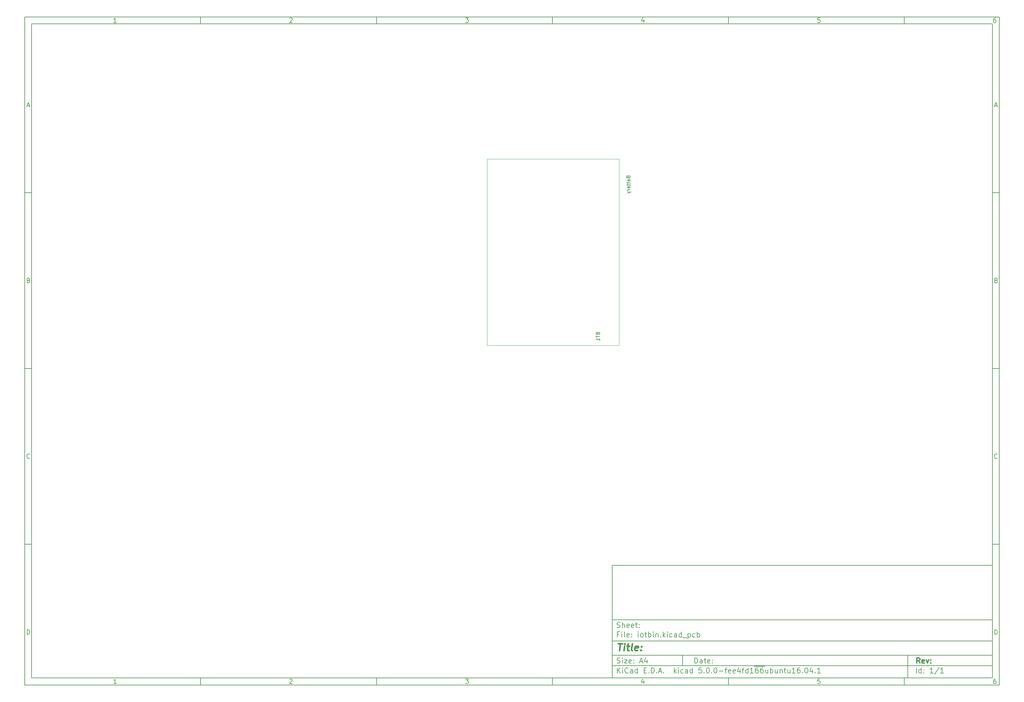
<source format=gbr>
G04 #@! TF.GenerationSoftware,KiCad,Pcbnew,5.0.0-fee4fd1~66~ubuntu16.04.1*
G04 #@! TF.CreationDate,2018-09-18T23:27:24+02:00*
G04 #@! TF.ProjectId,iotbin,696F7462696E2E6B696361645F706362,rev?*
G04 #@! TF.SameCoordinates,Original*
G04 #@! TF.FileFunction,Other,Fab,Bot*
%FSLAX46Y46*%
G04 Gerber Fmt 4.6, Leading zero omitted, Abs format (unit mm)*
G04 Created by KiCad (PCBNEW 5.0.0-fee4fd1~66~ubuntu16.04.1) date Tue Sep 18 23:27:24 2018*
%MOMM*%
%LPD*%
G01*
G04 APERTURE LIST*
%ADD10C,0.100000*%
%ADD11C,0.150000*%
%ADD12C,0.300000*%
%ADD13C,0.400000*%
G04 APERTURE END LIST*
D10*
D11*
X177002200Y-166007200D02*
X177002200Y-198007200D01*
X285002200Y-198007200D01*
X285002200Y-166007200D01*
X177002200Y-166007200D01*
D10*
D11*
X10000000Y-10000000D02*
X10000000Y-200007200D01*
X287002200Y-200007200D01*
X287002200Y-10000000D01*
X10000000Y-10000000D01*
D10*
D11*
X12000000Y-12000000D02*
X12000000Y-198007200D01*
X285002200Y-198007200D01*
X285002200Y-12000000D01*
X12000000Y-12000000D01*
D10*
D11*
X60000000Y-12000000D02*
X60000000Y-10000000D01*
D10*
D11*
X110000000Y-12000000D02*
X110000000Y-10000000D01*
D10*
D11*
X160000000Y-12000000D02*
X160000000Y-10000000D01*
D10*
D11*
X210000000Y-12000000D02*
X210000000Y-10000000D01*
D10*
D11*
X260000000Y-12000000D02*
X260000000Y-10000000D01*
D10*
D11*
X36065476Y-11588095D02*
X35322619Y-11588095D01*
X35694047Y-11588095D02*
X35694047Y-10288095D01*
X35570238Y-10473809D01*
X35446428Y-10597619D01*
X35322619Y-10659523D01*
D10*
D11*
X85322619Y-10411904D02*
X85384523Y-10350000D01*
X85508333Y-10288095D01*
X85817857Y-10288095D01*
X85941666Y-10350000D01*
X86003571Y-10411904D01*
X86065476Y-10535714D01*
X86065476Y-10659523D01*
X86003571Y-10845238D01*
X85260714Y-11588095D01*
X86065476Y-11588095D01*
D10*
D11*
X135260714Y-10288095D02*
X136065476Y-10288095D01*
X135632142Y-10783333D01*
X135817857Y-10783333D01*
X135941666Y-10845238D01*
X136003571Y-10907142D01*
X136065476Y-11030952D01*
X136065476Y-11340476D01*
X136003571Y-11464285D01*
X135941666Y-11526190D01*
X135817857Y-11588095D01*
X135446428Y-11588095D01*
X135322619Y-11526190D01*
X135260714Y-11464285D01*
D10*
D11*
X185941666Y-10721428D02*
X185941666Y-11588095D01*
X185632142Y-10226190D02*
X185322619Y-11154761D01*
X186127380Y-11154761D01*
D10*
D11*
X236003571Y-10288095D02*
X235384523Y-10288095D01*
X235322619Y-10907142D01*
X235384523Y-10845238D01*
X235508333Y-10783333D01*
X235817857Y-10783333D01*
X235941666Y-10845238D01*
X236003571Y-10907142D01*
X236065476Y-11030952D01*
X236065476Y-11340476D01*
X236003571Y-11464285D01*
X235941666Y-11526190D01*
X235817857Y-11588095D01*
X235508333Y-11588095D01*
X235384523Y-11526190D01*
X235322619Y-11464285D01*
D10*
D11*
X285941666Y-10288095D02*
X285694047Y-10288095D01*
X285570238Y-10350000D01*
X285508333Y-10411904D01*
X285384523Y-10597619D01*
X285322619Y-10845238D01*
X285322619Y-11340476D01*
X285384523Y-11464285D01*
X285446428Y-11526190D01*
X285570238Y-11588095D01*
X285817857Y-11588095D01*
X285941666Y-11526190D01*
X286003571Y-11464285D01*
X286065476Y-11340476D01*
X286065476Y-11030952D01*
X286003571Y-10907142D01*
X285941666Y-10845238D01*
X285817857Y-10783333D01*
X285570238Y-10783333D01*
X285446428Y-10845238D01*
X285384523Y-10907142D01*
X285322619Y-11030952D01*
D10*
D11*
X60000000Y-198007200D02*
X60000000Y-200007200D01*
D10*
D11*
X110000000Y-198007200D02*
X110000000Y-200007200D01*
D10*
D11*
X160000000Y-198007200D02*
X160000000Y-200007200D01*
D10*
D11*
X210000000Y-198007200D02*
X210000000Y-200007200D01*
D10*
D11*
X260000000Y-198007200D02*
X260000000Y-200007200D01*
D10*
D11*
X36065476Y-199595295D02*
X35322619Y-199595295D01*
X35694047Y-199595295D02*
X35694047Y-198295295D01*
X35570238Y-198481009D01*
X35446428Y-198604819D01*
X35322619Y-198666723D01*
D10*
D11*
X85322619Y-198419104D02*
X85384523Y-198357200D01*
X85508333Y-198295295D01*
X85817857Y-198295295D01*
X85941666Y-198357200D01*
X86003571Y-198419104D01*
X86065476Y-198542914D01*
X86065476Y-198666723D01*
X86003571Y-198852438D01*
X85260714Y-199595295D01*
X86065476Y-199595295D01*
D10*
D11*
X135260714Y-198295295D02*
X136065476Y-198295295D01*
X135632142Y-198790533D01*
X135817857Y-198790533D01*
X135941666Y-198852438D01*
X136003571Y-198914342D01*
X136065476Y-199038152D01*
X136065476Y-199347676D01*
X136003571Y-199471485D01*
X135941666Y-199533390D01*
X135817857Y-199595295D01*
X135446428Y-199595295D01*
X135322619Y-199533390D01*
X135260714Y-199471485D01*
D10*
D11*
X185941666Y-198728628D02*
X185941666Y-199595295D01*
X185632142Y-198233390D02*
X185322619Y-199161961D01*
X186127380Y-199161961D01*
D10*
D11*
X236003571Y-198295295D02*
X235384523Y-198295295D01*
X235322619Y-198914342D01*
X235384523Y-198852438D01*
X235508333Y-198790533D01*
X235817857Y-198790533D01*
X235941666Y-198852438D01*
X236003571Y-198914342D01*
X236065476Y-199038152D01*
X236065476Y-199347676D01*
X236003571Y-199471485D01*
X235941666Y-199533390D01*
X235817857Y-199595295D01*
X235508333Y-199595295D01*
X235384523Y-199533390D01*
X235322619Y-199471485D01*
D10*
D11*
X285941666Y-198295295D02*
X285694047Y-198295295D01*
X285570238Y-198357200D01*
X285508333Y-198419104D01*
X285384523Y-198604819D01*
X285322619Y-198852438D01*
X285322619Y-199347676D01*
X285384523Y-199471485D01*
X285446428Y-199533390D01*
X285570238Y-199595295D01*
X285817857Y-199595295D01*
X285941666Y-199533390D01*
X286003571Y-199471485D01*
X286065476Y-199347676D01*
X286065476Y-199038152D01*
X286003571Y-198914342D01*
X285941666Y-198852438D01*
X285817857Y-198790533D01*
X285570238Y-198790533D01*
X285446428Y-198852438D01*
X285384523Y-198914342D01*
X285322619Y-199038152D01*
D10*
D11*
X10000000Y-60000000D02*
X12000000Y-60000000D01*
D10*
D11*
X10000000Y-110000000D02*
X12000000Y-110000000D01*
D10*
D11*
X10000000Y-160000000D02*
X12000000Y-160000000D01*
D10*
D11*
X10690476Y-35216666D02*
X11309523Y-35216666D01*
X10566666Y-35588095D02*
X11000000Y-34288095D01*
X11433333Y-35588095D01*
D10*
D11*
X11092857Y-84907142D02*
X11278571Y-84969047D01*
X11340476Y-85030952D01*
X11402380Y-85154761D01*
X11402380Y-85340476D01*
X11340476Y-85464285D01*
X11278571Y-85526190D01*
X11154761Y-85588095D01*
X10659523Y-85588095D01*
X10659523Y-84288095D01*
X11092857Y-84288095D01*
X11216666Y-84350000D01*
X11278571Y-84411904D01*
X11340476Y-84535714D01*
X11340476Y-84659523D01*
X11278571Y-84783333D01*
X11216666Y-84845238D01*
X11092857Y-84907142D01*
X10659523Y-84907142D01*
D10*
D11*
X11402380Y-135464285D02*
X11340476Y-135526190D01*
X11154761Y-135588095D01*
X11030952Y-135588095D01*
X10845238Y-135526190D01*
X10721428Y-135402380D01*
X10659523Y-135278571D01*
X10597619Y-135030952D01*
X10597619Y-134845238D01*
X10659523Y-134597619D01*
X10721428Y-134473809D01*
X10845238Y-134350000D01*
X11030952Y-134288095D01*
X11154761Y-134288095D01*
X11340476Y-134350000D01*
X11402380Y-134411904D01*
D10*
D11*
X10659523Y-185588095D02*
X10659523Y-184288095D01*
X10969047Y-184288095D01*
X11154761Y-184350000D01*
X11278571Y-184473809D01*
X11340476Y-184597619D01*
X11402380Y-184845238D01*
X11402380Y-185030952D01*
X11340476Y-185278571D01*
X11278571Y-185402380D01*
X11154761Y-185526190D01*
X10969047Y-185588095D01*
X10659523Y-185588095D01*
D10*
D11*
X287002200Y-60000000D02*
X285002200Y-60000000D01*
D10*
D11*
X287002200Y-110000000D02*
X285002200Y-110000000D01*
D10*
D11*
X287002200Y-160000000D02*
X285002200Y-160000000D01*
D10*
D11*
X285692676Y-35216666D02*
X286311723Y-35216666D01*
X285568866Y-35588095D02*
X286002200Y-34288095D01*
X286435533Y-35588095D01*
D10*
D11*
X286095057Y-84907142D02*
X286280771Y-84969047D01*
X286342676Y-85030952D01*
X286404580Y-85154761D01*
X286404580Y-85340476D01*
X286342676Y-85464285D01*
X286280771Y-85526190D01*
X286156961Y-85588095D01*
X285661723Y-85588095D01*
X285661723Y-84288095D01*
X286095057Y-84288095D01*
X286218866Y-84350000D01*
X286280771Y-84411904D01*
X286342676Y-84535714D01*
X286342676Y-84659523D01*
X286280771Y-84783333D01*
X286218866Y-84845238D01*
X286095057Y-84907142D01*
X285661723Y-84907142D01*
D10*
D11*
X286404580Y-135464285D02*
X286342676Y-135526190D01*
X286156961Y-135588095D01*
X286033152Y-135588095D01*
X285847438Y-135526190D01*
X285723628Y-135402380D01*
X285661723Y-135278571D01*
X285599819Y-135030952D01*
X285599819Y-134845238D01*
X285661723Y-134597619D01*
X285723628Y-134473809D01*
X285847438Y-134350000D01*
X286033152Y-134288095D01*
X286156961Y-134288095D01*
X286342676Y-134350000D01*
X286404580Y-134411904D01*
D10*
D11*
X285661723Y-185588095D02*
X285661723Y-184288095D01*
X285971247Y-184288095D01*
X286156961Y-184350000D01*
X286280771Y-184473809D01*
X286342676Y-184597619D01*
X286404580Y-184845238D01*
X286404580Y-185030952D01*
X286342676Y-185278571D01*
X286280771Y-185402380D01*
X286156961Y-185526190D01*
X285971247Y-185588095D01*
X285661723Y-185588095D01*
D10*
D11*
X200434342Y-193785771D02*
X200434342Y-192285771D01*
X200791485Y-192285771D01*
X201005771Y-192357200D01*
X201148628Y-192500057D01*
X201220057Y-192642914D01*
X201291485Y-192928628D01*
X201291485Y-193142914D01*
X201220057Y-193428628D01*
X201148628Y-193571485D01*
X201005771Y-193714342D01*
X200791485Y-193785771D01*
X200434342Y-193785771D01*
X202577200Y-193785771D02*
X202577200Y-193000057D01*
X202505771Y-192857200D01*
X202362914Y-192785771D01*
X202077200Y-192785771D01*
X201934342Y-192857200D01*
X202577200Y-193714342D02*
X202434342Y-193785771D01*
X202077200Y-193785771D01*
X201934342Y-193714342D01*
X201862914Y-193571485D01*
X201862914Y-193428628D01*
X201934342Y-193285771D01*
X202077200Y-193214342D01*
X202434342Y-193214342D01*
X202577200Y-193142914D01*
X203077200Y-192785771D02*
X203648628Y-192785771D01*
X203291485Y-192285771D02*
X203291485Y-193571485D01*
X203362914Y-193714342D01*
X203505771Y-193785771D01*
X203648628Y-193785771D01*
X204720057Y-193714342D02*
X204577200Y-193785771D01*
X204291485Y-193785771D01*
X204148628Y-193714342D01*
X204077200Y-193571485D01*
X204077200Y-193000057D01*
X204148628Y-192857200D01*
X204291485Y-192785771D01*
X204577200Y-192785771D01*
X204720057Y-192857200D01*
X204791485Y-193000057D01*
X204791485Y-193142914D01*
X204077200Y-193285771D01*
X205434342Y-193642914D02*
X205505771Y-193714342D01*
X205434342Y-193785771D01*
X205362914Y-193714342D01*
X205434342Y-193642914D01*
X205434342Y-193785771D01*
X205434342Y-192857200D02*
X205505771Y-192928628D01*
X205434342Y-193000057D01*
X205362914Y-192928628D01*
X205434342Y-192857200D01*
X205434342Y-193000057D01*
D10*
D11*
X177002200Y-194507200D02*
X285002200Y-194507200D01*
D10*
D11*
X178434342Y-196585771D02*
X178434342Y-195085771D01*
X179291485Y-196585771D02*
X178648628Y-195728628D01*
X179291485Y-195085771D02*
X178434342Y-195942914D01*
X179934342Y-196585771D02*
X179934342Y-195585771D01*
X179934342Y-195085771D02*
X179862914Y-195157200D01*
X179934342Y-195228628D01*
X180005771Y-195157200D01*
X179934342Y-195085771D01*
X179934342Y-195228628D01*
X181505771Y-196442914D02*
X181434342Y-196514342D01*
X181220057Y-196585771D01*
X181077200Y-196585771D01*
X180862914Y-196514342D01*
X180720057Y-196371485D01*
X180648628Y-196228628D01*
X180577200Y-195942914D01*
X180577200Y-195728628D01*
X180648628Y-195442914D01*
X180720057Y-195300057D01*
X180862914Y-195157200D01*
X181077200Y-195085771D01*
X181220057Y-195085771D01*
X181434342Y-195157200D01*
X181505771Y-195228628D01*
X182791485Y-196585771D02*
X182791485Y-195800057D01*
X182720057Y-195657200D01*
X182577200Y-195585771D01*
X182291485Y-195585771D01*
X182148628Y-195657200D01*
X182791485Y-196514342D02*
X182648628Y-196585771D01*
X182291485Y-196585771D01*
X182148628Y-196514342D01*
X182077200Y-196371485D01*
X182077200Y-196228628D01*
X182148628Y-196085771D01*
X182291485Y-196014342D01*
X182648628Y-196014342D01*
X182791485Y-195942914D01*
X184148628Y-196585771D02*
X184148628Y-195085771D01*
X184148628Y-196514342D02*
X184005771Y-196585771D01*
X183720057Y-196585771D01*
X183577200Y-196514342D01*
X183505771Y-196442914D01*
X183434342Y-196300057D01*
X183434342Y-195871485D01*
X183505771Y-195728628D01*
X183577200Y-195657200D01*
X183720057Y-195585771D01*
X184005771Y-195585771D01*
X184148628Y-195657200D01*
X186005771Y-195800057D02*
X186505771Y-195800057D01*
X186720057Y-196585771D02*
X186005771Y-196585771D01*
X186005771Y-195085771D01*
X186720057Y-195085771D01*
X187362914Y-196442914D02*
X187434342Y-196514342D01*
X187362914Y-196585771D01*
X187291485Y-196514342D01*
X187362914Y-196442914D01*
X187362914Y-196585771D01*
X188077200Y-196585771D02*
X188077200Y-195085771D01*
X188434342Y-195085771D01*
X188648628Y-195157200D01*
X188791485Y-195300057D01*
X188862914Y-195442914D01*
X188934342Y-195728628D01*
X188934342Y-195942914D01*
X188862914Y-196228628D01*
X188791485Y-196371485D01*
X188648628Y-196514342D01*
X188434342Y-196585771D01*
X188077200Y-196585771D01*
X189577200Y-196442914D02*
X189648628Y-196514342D01*
X189577200Y-196585771D01*
X189505771Y-196514342D01*
X189577200Y-196442914D01*
X189577200Y-196585771D01*
X190220057Y-196157200D02*
X190934342Y-196157200D01*
X190077200Y-196585771D02*
X190577200Y-195085771D01*
X191077200Y-196585771D01*
X191577200Y-196442914D02*
X191648628Y-196514342D01*
X191577200Y-196585771D01*
X191505771Y-196514342D01*
X191577200Y-196442914D01*
X191577200Y-196585771D01*
X194577200Y-196585771D02*
X194577200Y-195085771D01*
X194720057Y-196014342D02*
X195148628Y-196585771D01*
X195148628Y-195585771D02*
X194577200Y-196157200D01*
X195791485Y-196585771D02*
X195791485Y-195585771D01*
X195791485Y-195085771D02*
X195720057Y-195157200D01*
X195791485Y-195228628D01*
X195862914Y-195157200D01*
X195791485Y-195085771D01*
X195791485Y-195228628D01*
X197148628Y-196514342D02*
X197005771Y-196585771D01*
X196720057Y-196585771D01*
X196577200Y-196514342D01*
X196505771Y-196442914D01*
X196434342Y-196300057D01*
X196434342Y-195871485D01*
X196505771Y-195728628D01*
X196577200Y-195657200D01*
X196720057Y-195585771D01*
X197005771Y-195585771D01*
X197148628Y-195657200D01*
X198434342Y-196585771D02*
X198434342Y-195800057D01*
X198362914Y-195657200D01*
X198220057Y-195585771D01*
X197934342Y-195585771D01*
X197791485Y-195657200D01*
X198434342Y-196514342D02*
X198291485Y-196585771D01*
X197934342Y-196585771D01*
X197791485Y-196514342D01*
X197720057Y-196371485D01*
X197720057Y-196228628D01*
X197791485Y-196085771D01*
X197934342Y-196014342D01*
X198291485Y-196014342D01*
X198434342Y-195942914D01*
X199791485Y-196585771D02*
X199791485Y-195085771D01*
X199791485Y-196514342D02*
X199648628Y-196585771D01*
X199362914Y-196585771D01*
X199220057Y-196514342D01*
X199148628Y-196442914D01*
X199077200Y-196300057D01*
X199077200Y-195871485D01*
X199148628Y-195728628D01*
X199220057Y-195657200D01*
X199362914Y-195585771D01*
X199648628Y-195585771D01*
X199791485Y-195657200D01*
X202362914Y-195085771D02*
X201648628Y-195085771D01*
X201577200Y-195800057D01*
X201648628Y-195728628D01*
X201791485Y-195657200D01*
X202148628Y-195657200D01*
X202291485Y-195728628D01*
X202362914Y-195800057D01*
X202434342Y-195942914D01*
X202434342Y-196300057D01*
X202362914Y-196442914D01*
X202291485Y-196514342D01*
X202148628Y-196585771D01*
X201791485Y-196585771D01*
X201648628Y-196514342D01*
X201577200Y-196442914D01*
X203077200Y-196442914D02*
X203148628Y-196514342D01*
X203077200Y-196585771D01*
X203005771Y-196514342D01*
X203077200Y-196442914D01*
X203077200Y-196585771D01*
X204077200Y-195085771D02*
X204220057Y-195085771D01*
X204362914Y-195157200D01*
X204434342Y-195228628D01*
X204505771Y-195371485D01*
X204577200Y-195657200D01*
X204577200Y-196014342D01*
X204505771Y-196300057D01*
X204434342Y-196442914D01*
X204362914Y-196514342D01*
X204220057Y-196585771D01*
X204077200Y-196585771D01*
X203934342Y-196514342D01*
X203862914Y-196442914D01*
X203791485Y-196300057D01*
X203720057Y-196014342D01*
X203720057Y-195657200D01*
X203791485Y-195371485D01*
X203862914Y-195228628D01*
X203934342Y-195157200D01*
X204077200Y-195085771D01*
X205220057Y-196442914D02*
X205291485Y-196514342D01*
X205220057Y-196585771D01*
X205148628Y-196514342D01*
X205220057Y-196442914D01*
X205220057Y-196585771D01*
X206220057Y-195085771D02*
X206362914Y-195085771D01*
X206505771Y-195157200D01*
X206577200Y-195228628D01*
X206648628Y-195371485D01*
X206720057Y-195657200D01*
X206720057Y-196014342D01*
X206648628Y-196300057D01*
X206577200Y-196442914D01*
X206505771Y-196514342D01*
X206362914Y-196585771D01*
X206220057Y-196585771D01*
X206077200Y-196514342D01*
X206005771Y-196442914D01*
X205934342Y-196300057D01*
X205862914Y-196014342D01*
X205862914Y-195657200D01*
X205934342Y-195371485D01*
X206005771Y-195228628D01*
X206077200Y-195157200D01*
X206220057Y-195085771D01*
X207362914Y-196014342D02*
X208505771Y-196014342D01*
X209005771Y-195585771D02*
X209577200Y-195585771D01*
X209220057Y-196585771D02*
X209220057Y-195300057D01*
X209291485Y-195157200D01*
X209434342Y-195085771D01*
X209577200Y-195085771D01*
X210648628Y-196514342D02*
X210505771Y-196585771D01*
X210220057Y-196585771D01*
X210077200Y-196514342D01*
X210005771Y-196371485D01*
X210005771Y-195800057D01*
X210077200Y-195657200D01*
X210220057Y-195585771D01*
X210505771Y-195585771D01*
X210648628Y-195657200D01*
X210720057Y-195800057D01*
X210720057Y-195942914D01*
X210005771Y-196085771D01*
X211934342Y-196514342D02*
X211791485Y-196585771D01*
X211505771Y-196585771D01*
X211362914Y-196514342D01*
X211291485Y-196371485D01*
X211291485Y-195800057D01*
X211362914Y-195657200D01*
X211505771Y-195585771D01*
X211791485Y-195585771D01*
X211934342Y-195657200D01*
X212005771Y-195800057D01*
X212005771Y-195942914D01*
X211291485Y-196085771D01*
X213291485Y-195585771D02*
X213291485Y-196585771D01*
X212934342Y-195014342D02*
X212577200Y-196085771D01*
X213505771Y-196085771D01*
X213862914Y-195585771D02*
X214434342Y-195585771D01*
X214077200Y-196585771D02*
X214077200Y-195300057D01*
X214148628Y-195157200D01*
X214291485Y-195085771D01*
X214434342Y-195085771D01*
X215577200Y-196585771D02*
X215577200Y-195085771D01*
X215577200Y-196514342D02*
X215434342Y-196585771D01*
X215148628Y-196585771D01*
X215005771Y-196514342D01*
X214934342Y-196442914D01*
X214862914Y-196300057D01*
X214862914Y-195871485D01*
X214934342Y-195728628D01*
X215005771Y-195657200D01*
X215148628Y-195585771D01*
X215434342Y-195585771D01*
X215577200Y-195657200D01*
X217077200Y-196585771D02*
X216220057Y-196585771D01*
X216648628Y-196585771D02*
X216648628Y-195085771D01*
X216505771Y-195300057D01*
X216362914Y-195442914D01*
X216220057Y-195514342D01*
X217362914Y-194677200D02*
X218791485Y-194677200D01*
X218362914Y-195085771D02*
X218077200Y-195085771D01*
X217934342Y-195157200D01*
X217862914Y-195228628D01*
X217720057Y-195442914D01*
X217648628Y-195728628D01*
X217648628Y-196300057D01*
X217720057Y-196442914D01*
X217791485Y-196514342D01*
X217934342Y-196585771D01*
X218220057Y-196585771D01*
X218362914Y-196514342D01*
X218434342Y-196442914D01*
X218505771Y-196300057D01*
X218505771Y-195942914D01*
X218434342Y-195800057D01*
X218362914Y-195728628D01*
X218220057Y-195657200D01*
X217934342Y-195657200D01*
X217791485Y-195728628D01*
X217720057Y-195800057D01*
X217648628Y-195942914D01*
X218791485Y-194677200D02*
X220220057Y-194677200D01*
X219791485Y-195085771D02*
X219505771Y-195085771D01*
X219362914Y-195157200D01*
X219291485Y-195228628D01*
X219148628Y-195442914D01*
X219077200Y-195728628D01*
X219077200Y-196300057D01*
X219148628Y-196442914D01*
X219220057Y-196514342D01*
X219362914Y-196585771D01*
X219648628Y-196585771D01*
X219791485Y-196514342D01*
X219862914Y-196442914D01*
X219934342Y-196300057D01*
X219934342Y-195942914D01*
X219862914Y-195800057D01*
X219791485Y-195728628D01*
X219648628Y-195657200D01*
X219362914Y-195657200D01*
X219220057Y-195728628D01*
X219148628Y-195800057D01*
X219077200Y-195942914D01*
X221220057Y-195585771D02*
X221220057Y-196585771D01*
X220577200Y-195585771D02*
X220577200Y-196371485D01*
X220648628Y-196514342D01*
X220791485Y-196585771D01*
X221005771Y-196585771D01*
X221148628Y-196514342D01*
X221220057Y-196442914D01*
X221934342Y-196585771D02*
X221934342Y-195085771D01*
X221934342Y-195657200D02*
X222077200Y-195585771D01*
X222362914Y-195585771D01*
X222505771Y-195657200D01*
X222577200Y-195728628D01*
X222648628Y-195871485D01*
X222648628Y-196300057D01*
X222577200Y-196442914D01*
X222505771Y-196514342D01*
X222362914Y-196585771D01*
X222077200Y-196585771D01*
X221934342Y-196514342D01*
X223934342Y-195585771D02*
X223934342Y-196585771D01*
X223291485Y-195585771D02*
X223291485Y-196371485D01*
X223362914Y-196514342D01*
X223505771Y-196585771D01*
X223720057Y-196585771D01*
X223862914Y-196514342D01*
X223934342Y-196442914D01*
X224648628Y-195585771D02*
X224648628Y-196585771D01*
X224648628Y-195728628D02*
X224720057Y-195657200D01*
X224862914Y-195585771D01*
X225077200Y-195585771D01*
X225220057Y-195657200D01*
X225291485Y-195800057D01*
X225291485Y-196585771D01*
X225791485Y-195585771D02*
X226362914Y-195585771D01*
X226005771Y-195085771D02*
X226005771Y-196371485D01*
X226077200Y-196514342D01*
X226220057Y-196585771D01*
X226362914Y-196585771D01*
X227505771Y-195585771D02*
X227505771Y-196585771D01*
X226862914Y-195585771D02*
X226862914Y-196371485D01*
X226934342Y-196514342D01*
X227077200Y-196585771D01*
X227291485Y-196585771D01*
X227434342Y-196514342D01*
X227505771Y-196442914D01*
X229005771Y-196585771D02*
X228148628Y-196585771D01*
X228577200Y-196585771D02*
X228577200Y-195085771D01*
X228434342Y-195300057D01*
X228291485Y-195442914D01*
X228148628Y-195514342D01*
X230291485Y-195085771D02*
X230005771Y-195085771D01*
X229862914Y-195157200D01*
X229791485Y-195228628D01*
X229648628Y-195442914D01*
X229577200Y-195728628D01*
X229577200Y-196300057D01*
X229648628Y-196442914D01*
X229720057Y-196514342D01*
X229862914Y-196585771D01*
X230148628Y-196585771D01*
X230291485Y-196514342D01*
X230362914Y-196442914D01*
X230434342Y-196300057D01*
X230434342Y-195942914D01*
X230362914Y-195800057D01*
X230291485Y-195728628D01*
X230148628Y-195657200D01*
X229862914Y-195657200D01*
X229720057Y-195728628D01*
X229648628Y-195800057D01*
X229577200Y-195942914D01*
X231077200Y-196442914D02*
X231148628Y-196514342D01*
X231077200Y-196585771D01*
X231005771Y-196514342D01*
X231077200Y-196442914D01*
X231077200Y-196585771D01*
X232077200Y-195085771D02*
X232220057Y-195085771D01*
X232362914Y-195157200D01*
X232434342Y-195228628D01*
X232505771Y-195371485D01*
X232577200Y-195657200D01*
X232577200Y-196014342D01*
X232505771Y-196300057D01*
X232434342Y-196442914D01*
X232362914Y-196514342D01*
X232220057Y-196585771D01*
X232077200Y-196585771D01*
X231934342Y-196514342D01*
X231862914Y-196442914D01*
X231791485Y-196300057D01*
X231720057Y-196014342D01*
X231720057Y-195657200D01*
X231791485Y-195371485D01*
X231862914Y-195228628D01*
X231934342Y-195157200D01*
X232077200Y-195085771D01*
X233862914Y-195585771D02*
X233862914Y-196585771D01*
X233505771Y-195014342D02*
X233148628Y-196085771D01*
X234077200Y-196085771D01*
X234648628Y-196442914D02*
X234720057Y-196514342D01*
X234648628Y-196585771D01*
X234577200Y-196514342D01*
X234648628Y-196442914D01*
X234648628Y-196585771D01*
X236148628Y-196585771D02*
X235291485Y-196585771D01*
X235720057Y-196585771D02*
X235720057Y-195085771D01*
X235577200Y-195300057D01*
X235434342Y-195442914D01*
X235291485Y-195514342D01*
D10*
D11*
X177002200Y-191507200D02*
X285002200Y-191507200D01*
D10*
D12*
X264411485Y-193785771D02*
X263911485Y-193071485D01*
X263554342Y-193785771D02*
X263554342Y-192285771D01*
X264125771Y-192285771D01*
X264268628Y-192357200D01*
X264340057Y-192428628D01*
X264411485Y-192571485D01*
X264411485Y-192785771D01*
X264340057Y-192928628D01*
X264268628Y-193000057D01*
X264125771Y-193071485D01*
X263554342Y-193071485D01*
X265625771Y-193714342D02*
X265482914Y-193785771D01*
X265197200Y-193785771D01*
X265054342Y-193714342D01*
X264982914Y-193571485D01*
X264982914Y-193000057D01*
X265054342Y-192857200D01*
X265197200Y-192785771D01*
X265482914Y-192785771D01*
X265625771Y-192857200D01*
X265697200Y-193000057D01*
X265697200Y-193142914D01*
X264982914Y-193285771D01*
X266197200Y-192785771D02*
X266554342Y-193785771D01*
X266911485Y-192785771D01*
X267482914Y-193642914D02*
X267554342Y-193714342D01*
X267482914Y-193785771D01*
X267411485Y-193714342D01*
X267482914Y-193642914D01*
X267482914Y-193785771D01*
X267482914Y-192857200D02*
X267554342Y-192928628D01*
X267482914Y-193000057D01*
X267411485Y-192928628D01*
X267482914Y-192857200D01*
X267482914Y-193000057D01*
D10*
D11*
X178362914Y-193714342D02*
X178577200Y-193785771D01*
X178934342Y-193785771D01*
X179077200Y-193714342D01*
X179148628Y-193642914D01*
X179220057Y-193500057D01*
X179220057Y-193357200D01*
X179148628Y-193214342D01*
X179077200Y-193142914D01*
X178934342Y-193071485D01*
X178648628Y-193000057D01*
X178505771Y-192928628D01*
X178434342Y-192857200D01*
X178362914Y-192714342D01*
X178362914Y-192571485D01*
X178434342Y-192428628D01*
X178505771Y-192357200D01*
X178648628Y-192285771D01*
X179005771Y-192285771D01*
X179220057Y-192357200D01*
X179862914Y-193785771D02*
X179862914Y-192785771D01*
X179862914Y-192285771D02*
X179791485Y-192357200D01*
X179862914Y-192428628D01*
X179934342Y-192357200D01*
X179862914Y-192285771D01*
X179862914Y-192428628D01*
X180434342Y-192785771D02*
X181220057Y-192785771D01*
X180434342Y-193785771D01*
X181220057Y-193785771D01*
X182362914Y-193714342D02*
X182220057Y-193785771D01*
X181934342Y-193785771D01*
X181791485Y-193714342D01*
X181720057Y-193571485D01*
X181720057Y-193000057D01*
X181791485Y-192857200D01*
X181934342Y-192785771D01*
X182220057Y-192785771D01*
X182362914Y-192857200D01*
X182434342Y-193000057D01*
X182434342Y-193142914D01*
X181720057Y-193285771D01*
X183077200Y-193642914D02*
X183148628Y-193714342D01*
X183077200Y-193785771D01*
X183005771Y-193714342D01*
X183077200Y-193642914D01*
X183077200Y-193785771D01*
X183077200Y-192857200D02*
X183148628Y-192928628D01*
X183077200Y-193000057D01*
X183005771Y-192928628D01*
X183077200Y-192857200D01*
X183077200Y-193000057D01*
X184862914Y-193357200D02*
X185577200Y-193357200D01*
X184720057Y-193785771D02*
X185220057Y-192285771D01*
X185720057Y-193785771D01*
X186862914Y-192785771D02*
X186862914Y-193785771D01*
X186505771Y-192214342D02*
X186148628Y-193285771D01*
X187077200Y-193285771D01*
D10*
D11*
X263434342Y-196585771D02*
X263434342Y-195085771D01*
X264791485Y-196585771D02*
X264791485Y-195085771D01*
X264791485Y-196514342D02*
X264648628Y-196585771D01*
X264362914Y-196585771D01*
X264220057Y-196514342D01*
X264148628Y-196442914D01*
X264077200Y-196300057D01*
X264077200Y-195871485D01*
X264148628Y-195728628D01*
X264220057Y-195657200D01*
X264362914Y-195585771D01*
X264648628Y-195585771D01*
X264791485Y-195657200D01*
X265505771Y-196442914D02*
X265577200Y-196514342D01*
X265505771Y-196585771D01*
X265434342Y-196514342D01*
X265505771Y-196442914D01*
X265505771Y-196585771D01*
X265505771Y-195657200D02*
X265577200Y-195728628D01*
X265505771Y-195800057D01*
X265434342Y-195728628D01*
X265505771Y-195657200D01*
X265505771Y-195800057D01*
X268148628Y-196585771D02*
X267291485Y-196585771D01*
X267720057Y-196585771D02*
X267720057Y-195085771D01*
X267577200Y-195300057D01*
X267434342Y-195442914D01*
X267291485Y-195514342D01*
X269862914Y-195014342D02*
X268577200Y-196942914D01*
X271148628Y-196585771D02*
X270291485Y-196585771D01*
X270720057Y-196585771D02*
X270720057Y-195085771D01*
X270577200Y-195300057D01*
X270434342Y-195442914D01*
X270291485Y-195514342D01*
D10*
D11*
X177002200Y-187507200D02*
X285002200Y-187507200D01*
D10*
D13*
X178714580Y-188211961D02*
X179857438Y-188211961D01*
X179036009Y-190211961D02*
X179286009Y-188211961D01*
X180274104Y-190211961D02*
X180440771Y-188878628D01*
X180524104Y-188211961D02*
X180416961Y-188307200D01*
X180500295Y-188402438D01*
X180607438Y-188307200D01*
X180524104Y-188211961D01*
X180500295Y-188402438D01*
X181107438Y-188878628D02*
X181869342Y-188878628D01*
X181476485Y-188211961D02*
X181262200Y-189926247D01*
X181333628Y-190116723D01*
X181512200Y-190211961D01*
X181702676Y-190211961D01*
X182655057Y-190211961D02*
X182476485Y-190116723D01*
X182405057Y-189926247D01*
X182619342Y-188211961D01*
X184190771Y-190116723D02*
X183988390Y-190211961D01*
X183607438Y-190211961D01*
X183428866Y-190116723D01*
X183357438Y-189926247D01*
X183452676Y-189164342D01*
X183571723Y-188973866D01*
X183774104Y-188878628D01*
X184155057Y-188878628D01*
X184333628Y-188973866D01*
X184405057Y-189164342D01*
X184381247Y-189354819D01*
X183405057Y-189545295D01*
X185155057Y-190021485D02*
X185238390Y-190116723D01*
X185131247Y-190211961D01*
X185047914Y-190116723D01*
X185155057Y-190021485D01*
X185131247Y-190211961D01*
X185286009Y-188973866D02*
X185369342Y-189069104D01*
X185262200Y-189164342D01*
X185178866Y-189069104D01*
X185286009Y-188973866D01*
X185262200Y-189164342D01*
D10*
D11*
X178934342Y-185600057D02*
X178434342Y-185600057D01*
X178434342Y-186385771D02*
X178434342Y-184885771D01*
X179148628Y-184885771D01*
X179720057Y-186385771D02*
X179720057Y-185385771D01*
X179720057Y-184885771D02*
X179648628Y-184957200D01*
X179720057Y-185028628D01*
X179791485Y-184957200D01*
X179720057Y-184885771D01*
X179720057Y-185028628D01*
X180648628Y-186385771D02*
X180505771Y-186314342D01*
X180434342Y-186171485D01*
X180434342Y-184885771D01*
X181791485Y-186314342D02*
X181648628Y-186385771D01*
X181362914Y-186385771D01*
X181220057Y-186314342D01*
X181148628Y-186171485D01*
X181148628Y-185600057D01*
X181220057Y-185457200D01*
X181362914Y-185385771D01*
X181648628Y-185385771D01*
X181791485Y-185457200D01*
X181862914Y-185600057D01*
X181862914Y-185742914D01*
X181148628Y-185885771D01*
X182505771Y-186242914D02*
X182577200Y-186314342D01*
X182505771Y-186385771D01*
X182434342Y-186314342D01*
X182505771Y-186242914D01*
X182505771Y-186385771D01*
X182505771Y-185457200D02*
X182577200Y-185528628D01*
X182505771Y-185600057D01*
X182434342Y-185528628D01*
X182505771Y-185457200D01*
X182505771Y-185600057D01*
X184362914Y-186385771D02*
X184362914Y-185385771D01*
X184362914Y-184885771D02*
X184291485Y-184957200D01*
X184362914Y-185028628D01*
X184434342Y-184957200D01*
X184362914Y-184885771D01*
X184362914Y-185028628D01*
X185291485Y-186385771D02*
X185148628Y-186314342D01*
X185077200Y-186242914D01*
X185005771Y-186100057D01*
X185005771Y-185671485D01*
X185077200Y-185528628D01*
X185148628Y-185457200D01*
X185291485Y-185385771D01*
X185505771Y-185385771D01*
X185648628Y-185457200D01*
X185720057Y-185528628D01*
X185791485Y-185671485D01*
X185791485Y-186100057D01*
X185720057Y-186242914D01*
X185648628Y-186314342D01*
X185505771Y-186385771D01*
X185291485Y-186385771D01*
X186220057Y-185385771D02*
X186791485Y-185385771D01*
X186434342Y-184885771D02*
X186434342Y-186171485D01*
X186505771Y-186314342D01*
X186648628Y-186385771D01*
X186791485Y-186385771D01*
X187291485Y-186385771D02*
X187291485Y-184885771D01*
X187291485Y-185457200D02*
X187434342Y-185385771D01*
X187720057Y-185385771D01*
X187862914Y-185457200D01*
X187934342Y-185528628D01*
X188005771Y-185671485D01*
X188005771Y-186100057D01*
X187934342Y-186242914D01*
X187862914Y-186314342D01*
X187720057Y-186385771D01*
X187434342Y-186385771D01*
X187291485Y-186314342D01*
X188648628Y-186385771D02*
X188648628Y-185385771D01*
X188648628Y-184885771D02*
X188577200Y-184957200D01*
X188648628Y-185028628D01*
X188720057Y-184957200D01*
X188648628Y-184885771D01*
X188648628Y-185028628D01*
X189362914Y-185385771D02*
X189362914Y-186385771D01*
X189362914Y-185528628D02*
X189434342Y-185457200D01*
X189577200Y-185385771D01*
X189791485Y-185385771D01*
X189934342Y-185457200D01*
X190005771Y-185600057D01*
X190005771Y-186385771D01*
X190720057Y-186242914D02*
X190791485Y-186314342D01*
X190720057Y-186385771D01*
X190648628Y-186314342D01*
X190720057Y-186242914D01*
X190720057Y-186385771D01*
X191434342Y-186385771D02*
X191434342Y-184885771D01*
X191577200Y-185814342D02*
X192005771Y-186385771D01*
X192005771Y-185385771D02*
X191434342Y-185957200D01*
X192648628Y-186385771D02*
X192648628Y-185385771D01*
X192648628Y-184885771D02*
X192577200Y-184957200D01*
X192648628Y-185028628D01*
X192720057Y-184957200D01*
X192648628Y-184885771D01*
X192648628Y-185028628D01*
X194005771Y-186314342D02*
X193862914Y-186385771D01*
X193577200Y-186385771D01*
X193434342Y-186314342D01*
X193362914Y-186242914D01*
X193291485Y-186100057D01*
X193291485Y-185671485D01*
X193362914Y-185528628D01*
X193434342Y-185457200D01*
X193577200Y-185385771D01*
X193862914Y-185385771D01*
X194005771Y-185457200D01*
X195291485Y-186385771D02*
X195291485Y-185600057D01*
X195220057Y-185457200D01*
X195077200Y-185385771D01*
X194791485Y-185385771D01*
X194648628Y-185457200D01*
X195291485Y-186314342D02*
X195148628Y-186385771D01*
X194791485Y-186385771D01*
X194648628Y-186314342D01*
X194577200Y-186171485D01*
X194577200Y-186028628D01*
X194648628Y-185885771D01*
X194791485Y-185814342D01*
X195148628Y-185814342D01*
X195291485Y-185742914D01*
X196648628Y-186385771D02*
X196648628Y-184885771D01*
X196648628Y-186314342D02*
X196505771Y-186385771D01*
X196220057Y-186385771D01*
X196077200Y-186314342D01*
X196005771Y-186242914D01*
X195934342Y-186100057D01*
X195934342Y-185671485D01*
X196005771Y-185528628D01*
X196077200Y-185457200D01*
X196220057Y-185385771D01*
X196505771Y-185385771D01*
X196648628Y-185457200D01*
X197005771Y-186528628D02*
X198148628Y-186528628D01*
X198505771Y-185385771D02*
X198505771Y-186885771D01*
X198505771Y-185457200D02*
X198648628Y-185385771D01*
X198934342Y-185385771D01*
X199077200Y-185457200D01*
X199148628Y-185528628D01*
X199220057Y-185671485D01*
X199220057Y-186100057D01*
X199148628Y-186242914D01*
X199077200Y-186314342D01*
X198934342Y-186385771D01*
X198648628Y-186385771D01*
X198505771Y-186314342D01*
X200505771Y-186314342D02*
X200362914Y-186385771D01*
X200077200Y-186385771D01*
X199934342Y-186314342D01*
X199862914Y-186242914D01*
X199791485Y-186100057D01*
X199791485Y-185671485D01*
X199862914Y-185528628D01*
X199934342Y-185457200D01*
X200077200Y-185385771D01*
X200362914Y-185385771D01*
X200505771Y-185457200D01*
X201148628Y-186385771D02*
X201148628Y-184885771D01*
X201148628Y-185457200D02*
X201291485Y-185385771D01*
X201577200Y-185385771D01*
X201720057Y-185457200D01*
X201791485Y-185528628D01*
X201862914Y-185671485D01*
X201862914Y-186100057D01*
X201791485Y-186242914D01*
X201720057Y-186314342D01*
X201577200Y-186385771D01*
X201291485Y-186385771D01*
X201148628Y-186314342D01*
D10*
D11*
X177002200Y-181507200D02*
X285002200Y-181507200D01*
D10*
D11*
X178362914Y-183614342D02*
X178577200Y-183685771D01*
X178934342Y-183685771D01*
X179077200Y-183614342D01*
X179148628Y-183542914D01*
X179220057Y-183400057D01*
X179220057Y-183257200D01*
X179148628Y-183114342D01*
X179077200Y-183042914D01*
X178934342Y-182971485D01*
X178648628Y-182900057D01*
X178505771Y-182828628D01*
X178434342Y-182757200D01*
X178362914Y-182614342D01*
X178362914Y-182471485D01*
X178434342Y-182328628D01*
X178505771Y-182257200D01*
X178648628Y-182185771D01*
X179005771Y-182185771D01*
X179220057Y-182257200D01*
X179862914Y-183685771D02*
X179862914Y-182185771D01*
X180505771Y-183685771D02*
X180505771Y-182900057D01*
X180434342Y-182757200D01*
X180291485Y-182685771D01*
X180077200Y-182685771D01*
X179934342Y-182757200D01*
X179862914Y-182828628D01*
X181791485Y-183614342D02*
X181648628Y-183685771D01*
X181362914Y-183685771D01*
X181220057Y-183614342D01*
X181148628Y-183471485D01*
X181148628Y-182900057D01*
X181220057Y-182757200D01*
X181362914Y-182685771D01*
X181648628Y-182685771D01*
X181791485Y-182757200D01*
X181862914Y-182900057D01*
X181862914Y-183042914D01*
X181148628Y-183185771D01*
X183077200Y-183614342D02*
X182934342Y-183685771D01*
X182648628Y-183685771D01*
X182505771Y-183614342D01*
X182434342Y-183471485D01*
X182434342Y-182900057D01*
X182505771Y-182757200D01*
X182648628Y-182685771D01*
X182934342Y-182685771D01*
X183077200Y-182757200D01*
X183148628Y-182900057D01*
X183148628Y-183042914D01*
X182434342Y-183185771D01*
X183577200Y-182685771D02*
X184148628Y-182685771D01*
X183791485Y-182185771D02*
X183791485Y-183471485D01*
X183862914Y-183614342D01*
X184005771Y-183685771D01*
X184148628Y-183685771D01*
X184648628Y-183542914D02*
X184720057Y-183614342D01*
X184648628Y-183685771D01*
X184577200Y-183614342D01*
X184648628Y-183542914D01*
X184648628Y-183685771D01*
X184648628Y-182757200D02*
X184720057Y-182828628D01*
X184648628Y-182900057D01*
X184577200Y-182828628D01*
X184648628Y-182757200D01*
X184648628Y-182900057D01*
D10*
D11*
X197002200Y-191507200D02*
X197002200Y-194507200D01*
D10*
D11*
X261002200Y-191507200D02*
X261002200Y-198007200D01*
D10*
G04 #@! TO.C,BT1*
X178896000Y-103444000D02*
X178896000Y-50444000D01*
X154296000Y-50444000D02*
X178896000Y-50444000D01*
X154296000Y-103444000D02*
X166596000Y-103444000D01*
X166596000Y-103444000D02*
X178896000Y-103444000D01*
X141396000Y-103444000D02*
X141396000Y-50444000D01*
X154296000Y-50444000D02*
X141396000Y-50444000D01*
X154296000Y-103444000D02*
X141396000Y-103444000D01*
G04 #@! TD*
G04 #@! TO.C,BT1*
D11*
X181510571Y-55592571D02*
X181558190Y-55735428D01*
X181605809Y-55783047D01*
X181701047Y-55830666D01*
X181843904Y-55830666D01*
X181939142Y-55783047D01*
X181986761Y-55735428D01*
X182034380Y-55640190D01*
X182034380Y-55259238D01*
X181034380Y-55259238D01*
X181034380Y-55592571D01*
X181082000Y-55687809D01*
X181129619Y-55735428D01*
X181224857Y-55783047D01*
X181320095Y-55783047D01*
X181415333Y-55735428D01*
X181462952Y-55687809D01*
X181510571Y-55592571D01*
X181510571Y-55259238D01*
X182034380Y-56687809D02*
X181510571Y-56687809D01*
X181415333Y-56640190D01*
X181367714Y-56544952D01*
X181367714Y-56354476D01*
X181415333Y-56259238D01*
X181986761Y-56687809D02*
X182034380Y-56592571D01*
X182034380Y-56354476D01*
X181986761Y-56259238D01*
X181891523Y-56211619D01*
X181796285Y-56211619D01*
X181701047Y-56259238D01*
X181653428Y-56354476D01*
X181653428Y-56592571D01*
X181605809Y-56687809D01*
X181367714Y-57021142D02*
X181367714Y-57402095D01*
X181034380Y-57164000D02*
X181891523Y-57164000D01*
X181986761Y-57211619D01*
X182034380Y-57306857D01*
X182034380Y-57402095D01*
X181367714Y-57592571D02*
X181367714Y-57973523D01*
X181034380Y-57735428D02*
X181891523Y-57735428D01*
X181986761Y-57783047D01*
X182034380Y-57878285D01*
X182034380Y-57973523D01*
X181986761Y-58687809D02*
X182034380Y-58592571D01*
X182034380Y-58402095D01*
X181986761Y-58306857D01*
X181891523Y-58259238D01*
X181510571Y-58259238D01*
X181415333Y-58306857D01*
X181367714Y-58402095D01*
X181367714Y-58592571D01*
X181415333Y-58687809D01*
X181510571Y-58735428D01*
X181605809Y-58735428D01*
X181701047Y-58259238D01*
X182034380Y-59164000D02*
X181367714Y-59164000D01*
X181558190Y-59164000D02*
X181462952Y-59211619D01*
X181415333Y-59259238D01*
X181367714Y-59354476D01*
X181367714Y-59449714D01*
X181367714Y-59687809D02*
X182034380Y-59925904D01*
X181367714Y-60164000D02*
X182034380Y-59925904D01*
X182272476Y-59830666D01*
X182320095Y-59783047D01*
X182367714Y-59687809D01*
X172874571Y-100058285D02*
X172922190Y-100201142D01*
X172969809Y-100248761D01*
X173065047Y-100296380D01*
X173207904Y-100296380D01*
X173303142Y-100248761D01*
X173350761Y-100201142D01*
X173398380Y-100105904D01*
X173398380Y-99724952D01*
X172398380Y-99724952D01*
X172398380Y-100058285D01*
X172446000Y-100153523D01*
X172493619Y-100201142D01*
X172588857Y-100248761D01*
X172684095Y-100248761D01*
X172779333Y-100201142D01*
X172826952Y-100153523D01*
X172874571Y-100058285D01*
X172874571Y-99724952D01*
X172398380Y-100582095D02*
X172398380Y-101153523D01*
X173398380Y-100867809D02*
X172398380Y-100867809D01*
X173398380Y-102010666D02*
X173398380Y-101439238D01*
X173398380Y-101724952D02*
X172398380Y-101724952D01*
X172541238Y-101629714D01*
X172636476Y-101534476D01*
X172684095Y-101439238D01*
G04 #@! TD*
M02*

</source>
